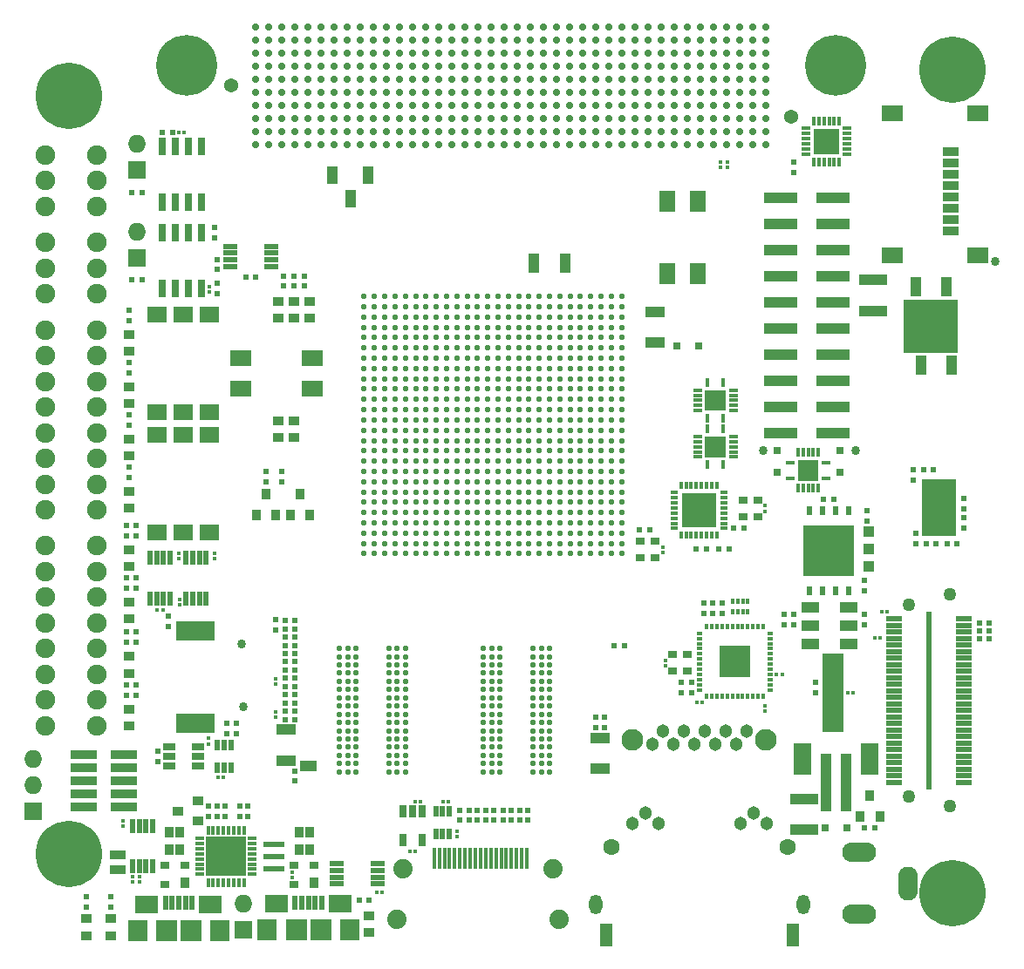
<source format=gbr>
G04 #@! TF.FileFunction,Soldermask,Top*
%FSLAX46Y46*%
G04 Gerber Fmt 4.6, Leading zero omitted, Abs format (unit mm)*
G04 Created by KiCad (PCBNEW (2016-08-02 BZR 7002)-product) date Tue Oct 11 11:13:20 2016*
%MOMM*%
%LPD*%
G01*
G04 APERTURE LIST*
%ADD10C,0.101600*%
%ADD11C,0.551600*%
%ADD12R,0.351600X0.801600*%
%ADD13R,0.801600X0.351600*%
%ADD14R,1.701600X1.701600*%
%ADD15C,1.301600*%
%ADD16C,2.101600*%
%ADD17O,1.301600X1.901600*%
%ADD18R,1.181600X2.161600*%
%ADD19C,1.601600*%
%ADD20R,1.901600X1.101600*%
%ADD21R,0.401600X0.381600*%
%ADD22R,0.601600X0.601600*%
%ADD23R,1.101600X1.901600*%
%ADD24R,0.381600X0.401600*%
%ADD25R,0.685800X0.787400*%
%ADD26R,0.787400X0.685800*%
%ADD27R,1.101600X0.901600*%
%ADD28C,6.451600*%
%ADD29O,3.301600X1.901600*%
%ADD30O,1.901600X3.301600*%
%ADD31R,1.498600X0.508000*%
%ADD32R,0.609600X17.373600*%
%ADD33C,1.270000*%
%ADD34R,0.401600X2.001600*%
%ADD35C,1.879600*%
%ADD36R,0.501600X1.451600*%
%ADD37R,2.201600X1.701600*%
%ADD38R,1.901600X2.001600*%
%ADD39R,2.001600X2.001600*%
%ADD40R,1.101600X5.601600*%
%ADD41R,1.701600X3.101600*%
%ADD42R,1.752600X1.752600*%
%ADD43O,1.752600X1.752600*%
%ADD44R,2.101600X1.551600*%
%ADD45R,1.601600X0.901600*%
%ADD46R,1.102360X1.000760*%
%ADD47R,3.701600X1.901600*%
%ADD48R,0.901600X1.101600*%
%ADD49R,0.351600X0.601600*%
%ADD50R,2.101600X1.501600*%
%ADD51R,1.501600X2.101600*%
%ADD52R,2.701600X1.101600*%
%ADD53C,0.863600*%
%ADD54R,0.889000X0.990600*%
%ADD55R,0.851600X1.001600*%
%ADD56R,1.181600X0.881600*%
%ADD57R,1.201600X0.701600*%
%ADD58R,1.389100X1.389100*%
%ADD59R,0.551600X1.051600*%
%ADD60R,1.101600X1.351600*%
%ADD61R,0.551600X1.451600*%
%ADD62R,0.701600X1.201600*%
%ADD63R,0.951600X0.371600*%
%ADD64R,0.371600X0.951600*%
%ADD65R,1.351600X1.351600*%
%ADD66R,1.451600X0.551600*%
%ADD67R,0.851600X1.061600*%
%ADD68R,0.851600X0.641600*%
%ADD69R,0.951600X0.381600*%
%ADD70R,0.381600X0.951600*%
%ADD71R,1.101600X1.101600*%
%ADD72R,1.881600X1.621600*%
%ADD73R,0.951600X0.751600*%
%ADD74R,0.701600X1.651600*%
%ADD75R,0.601600X0.901600*%
%ADD76R,1.701600X1.101600*%
%ADD77R,0.601600X0.351600*%
%ADD78R,1.601600X1.601600*%
%ADD79R,0.901600X0.901600*%
%ADD80R,2.101600X0.501600*%
%ADD81R,1.501600X0.851600*%
%ADD82C,0.736600*%
%ADD83C,1.371600*%
%ADD84C,5.901600*%
%ADD85C,1.901600*%
%ADD86R,1.101600X1.701600*%
%ADD87R,2.501600X0.851600*%
%ADD88R,2.501600X0.841600*%
%ADD89R,3.251600X1.101600*%
G04 APERTURE END LIST*
D10*
D11*
X88700000Y-57100000D03*
X88700000Y-58100000D03*
X88700000Y-59100000D03*
X88700000Y-60100000D03*
X88700000Y-61100000D03*
X88700000Y-62100000D03*
X88700000Y-63100000D03*
X88700000Y-64100000D03*
X88700000Y-65100000D03*
X88700000Y-66100000D03*
X88700000Y-67100000D03*
X88700000Y-68100000D03*
X88700000Y-69100000D03*
X88700000Y-70100000D03*
X88700000Y-71100000D03*
X88700000Y-72100000D03*
X88700000Y-73100000D03*
X88700000Y-74100000D03*
X88700000Y-75100000D03*
X88700000Y-76100000D03*
X88700000Y-77100000D03*
X88700000Y-78100000D03*
X88700000Y-79100000D03*
X88700000Y-80100000D03*
X88700000Y-81100000D03*
X88700000Y-82100000D03*
X87700000Y-57100000D03*
X87700000Y-58100000D03*
X87700000Y-59100000D03*
X87700000Y-60100000D03*
X87700000Y-61100000D03*
X87700000Y-62100000D03*
X87700000Y-63100000D03*
X87700000Y-64100000D03*
X87700000Y-65100000D03*
X87700000Y-66100000D03*
X87700000Y-67100000D03*
X87700000Y-68100000D03*
X87700000Y-69100000D03*
X87700000Y-70100000D03*
X87700000Y-71100000D03*
X87700000Y-72100000D03*
X87700000Y-73100000D03*
X87700000Y-74100000D03*
X87700000Y-75100000D03*
X87700000Y-76100000D03*
X87700000Y-77100000D03*
X87700000Y-78100000D03*
X87700000Y-79100000D03*
X87700000Y-80100000D03*
X87700000Y-81100000D03*
X87700000Y-82100000D03*
X86700000Y-57100000D03*
X86700000Y-58100000D03*
X86700000Y-59100000D03*
X86700000Y-60100000D03*
X86700000Y-61100000D03*
X86700000Y-62100000D03*
X86700000Y-63100000D03*
X86700000Y-64100000D03*
X86700000Y-65100000D03*
X86700000Y-66100000D03*
X86700000Y-67100000D03*
X86700000Y-68100000D03*
X86700000Y-69100000D03*
X86700000Y-70100000D03*
X86700000Y-71100000D03*
X86700000Y-72100000D03*
X86700000Y-73100000D03*
X86700000Y-74100000D03*
X86700000Y-75100000D03*
X86700000Y-76100000D03*
X86700000Y-77100000D03*
X86700000Y-78100000D03*
X86700000Y-79100000D03*
X86700000Y-80100000D03*
X86700000Y-81100000D03*
X86700000Y-82100000D03*
X85700000Y-57100000D03*
X85700000Y-58100000D03*
X85700000Y-59100000D03*
X85700000Y-60100000D03*
X85700000Y-61100000D03*
X85700000Y-62100000D03*
X85700000Y-63100000D03*
X85700000Y-64100000D03*
X85700000Y-65100000D03*
X85700000Y-66100000D03*
X85700000Y-67100000D03*
X85700000Y-68100000D03*
X85700000Y-69100000D03*
X85700000Y-70100000D03*
X85700000Y-71100000D03*
X85700000Y-72100000D03*
X85700000Y-73100000D03*
X85700000Y-74100000D03*
X85700000Y-75100000D03*
X85700000Y-76100000D03*
X85700000Y-77100000D03*
X85700000Y-78100000D03*
X85700000Y-79100000D03*
X85700000Y-80100000D03*
X85700000Y-81100000D03*
X85700000Y-82100000D03*
X84700000Y-57100000D03*
X84700000Y-58100000D03*
X84700000Y-59100000D03*
X84700000Y-60100000D03*
X84700000Y-61100000D03*
X84700000Y-62100000D03*
X84700000Y-63100000D03*
X84700000Y-64100000D03*
X84700000Y-65100000D03*
X84700000Y-66100000D03*
X84700000Y-67100000D03*
X84700000Y-68100000D03*
X84700000Y-69100000D03*
X84700000Y-70100000D03*
X84700000Y-71100000D03*
X84700000Y-72100000D03*
X84700000Y-73100000D03*
X84700000Y-74100000D03*
X84700000Y-75100000D03*
X84700000Y-76100000D03*
X84700000Y-77100000D03*
X84700000Y-78100000D03*
X84700000Y-79100000D03*
X84700000Y-80100000D03*
X84700000Y-81100000D03*
X84700000Y-82100000D03*
X83700000Y-57100000D03*
X83700000Y-58100000D03*
X83700000Y-59100000D03*
X83700000Y-60100000D03*
X83700000Y-61100000D03*
X83700000Y-62100000D03*
X83700000Y-63100000D03*
X83700000Y-64100000D03*
X83700000Y-65100000D03*
X83700000Y-66100000D03*
X83700000Y-67100000D03*
X83700000Y-68100000D03*
X83700000Y-69100000D03*
X83700000Y-70100000D03*
X83700000Y-71100000D03*
X83700000Y-72100000D03*
X83700000Y-73100000D03*
X83700000Y-74100000D03*
X83700000Y-75100000D03*
X83700000Y-76100000D03*
X83700000Y-77100000D03*
X83700000Y-78100000D03*
X83700000Y-79100000D03*
X83700000Y-80100000D03*
X83700000Y-81100000D03*
X83700000Y-82100000D03*
X82700000Y-57100000D03*
X82700000Y-58100000D03*
X82700000Y-59100000D03*
X82700000Y-60100000D03*
X82700000Y-61100000D03*
X82700000Y-62100000D03*
X82700000Y-63100000D03*
X82700000Y-64100000D03*
X82700000Y-65100000D03*
X82700000Y-66100000D03*
X82700000Y-67100000D03*
X82700000Y-68100000D03*
X82700000Y-69100000D03*
X82700000Y-70100000D03*
X82700000Y-71100000D03*
X82700000Y-72100000D03*
X82700000Y-73100000D03*
X82700000Y-74100000D03*
X82700000Y-75100000D03*
X82700000Y-76100000D03*
X82700000Y-77100000D03*
X82700000Y-78100000D03*
X82700000Y-79100000D03*
X82700000Y-80100000D03*
X82700000Y-81100000D03*
X82700000Y-82100000D03*
X81700000Y-57100000D03*
X81700000Y-58100000D03*
X81700000Y-59100000D03*
X81700000Y-60100000D03*
X81700000Y-61100000D03*
X81700000Y-62100000D03*
X81700000Y-63100000D03*
X81700000Y-64100000D03*
X81700000Y-65100000D03*
X81700000Y-66100000D03*
X81700000Y-67100000D03*
X81700000Y-68100000D03*
X81700000Y-69100000D03*
X81700000Y-70100000D03*
X81700000Y-71100000D03*
X81700000Y-72100000D03*
X81700000Y-73100000D03*
X81700000Y-74100000D03*
X81700000Y-75100000D03*
X81700000Y-76100000D03*
X81700000Y-77100000D03*
X81700000Y-78100000D03*
X81700000Y-79100000D03*
X81700000Y-80100000D03*
X81700000Y-81100000D03*
X81700000Y-82100000D03*
X80700000Y-57100000D03*
X80700000Y-58100000D03*
X80700000Y-59100000D03*
X80700000Y-60100000D03*
X80700000Y-61100000D03*
X80700000Y-62100000D03*
X80700000Y-63100000D03*
X80700000Y-64100000D03*
X80700000Y-65100000D03*
X80700000Y-66100000D03*
X80700000Y-67100000D03*
X80700000Y-68100000D03*
X80700000Y-69100000D03*
X80700000Y-70100000D03*
X80700000Y-71100000D03*
X80700000Y-72100000D03*
X80700000Y-73100000D03*
X80700000Y-74100000D03*
X80700000Y-75100000D03*
X80700000Y-76100000D03*
X80700000Y-77100000D03*
X80700000Y-78100000D03*
X80700000Y-79100000D03*
X80700000Y-80100000D03*
X80700000Y-81100000D03*
X80700000Y-82100000D03*
X79700000Y-57100000D03*
X79700000Y-58100000D03*
X79700000Y-59100000D03*
X79700000Y-60100000D03*
X79700000Y-61100000D03*
X79700000Y-62100000D03*
X79700000Y-63100000D03*
X79700000Y-64100000D03*
X79700000Y-65100000D03*
X79700000Y-66100000D03*
X79700000Y-67100000D03*
X79700000Y-68100000D03*
X79700000Y-69100000D03*
X79700000Y-70100000D03*
X79700000Y-71100000D03*
X79700000Y-72100000D03*
X79700000Y-73100000D03*
X79700000Y-74100000D03*
X79700000Y-75100000D03*
X79700000Y-76100000D03*
X79700000Y-77100000D03*
X79700000Y-78100000D03*
X79700000Y-79100000D03*
X79700000Y-80100000D03*
X79700000Y-81100000D03*
X79700000Y-82100000D03*
X78700000Y-57100000D03*
X78700000Y-58100000D03*
X78700000Y-59100000D03*
X78700000Y-60100000D03*
X78700000Y-61100000D03*
X78700000Y-62100000D03*
X78700000Y-63100000D03*
X78700000Y-64100000D03*
X78700000Y-65100000D03*
X78700000Y-66100000D03*
X78700000Y-67100000D03*
X78700000Y-68100000D03*
X78700000Y-69100000D03*
X78700000Y-70100000D03*
X78700000Y-71100000D03*
X78700000Y-72100000D03*
X78700000Y-73100000D03*
X78700000Y-74100000D03*
X78700000Y-75100000D03*
X78700000Y-76100000D03*
X78700000Y-77100000D03*
X78700000Y-78100000D03*
X78700000Y-79100000D03*
X78700000Y-80100000D03*
X78700000Y-81100000D03*
X78700000Y-82100000D03*
X77700000Y-57100000D03*
X77700000Y-58100000D03*
X77700000Y-59100000D03*
X77700000Y-60100000D03*
X77700000Y-61100000D03*
X77700000Y-62100000D03*
X77700000Y-63100000D03*
X77700000Y-64100000D03*
X77700000Y-65100000D03*
X77700000Y-66100000D03*
X77700000Y-67100000D03*
X77700000Y-68100000D03*
X77700000Y-69100000D03*
X77700000Y-70100000D03*
X77700000Y-71100000D03*
X77700000Y-72100000D03*
X77700000Y-73100000D03*
X77700000Y-74100000D03*
X77700000Y-75100000D03*
X77700000Y-76100000D03*
X77700000Y-77100000D03*
X77700000Y-78100000D03*
X77700000Y-79100000D03*
X77700000Y-80100000D03*
X77700000Y-81100000D03*
X77700000Y-82100000D03*
X76700000Y-57100000D03*
X76700000Y-58100000D03*
X76700000Y-59100000D03*
X76700000Y-60100000D03*
X76700000Y-61100000D03*
X76700000Y-62100000D03*
X76700000Y-63100000D03*
X76700000Y-64100000D03*
X76700000Y-65100000D03*
X76700000Y-66100000D03*
X76700000Y-67100000D03*
X76700000Y-68100000D03*
X76700000Y-69100000D03*
X76700000Y-70100000D03*
X76700000Y-71100000D03*
X76700000Y-72100000D03*
X76700000Y-73100000D03*
X76700000Y-74100000D03*
X76700000Y-75100000D03*
X76700000Y-76100000D03*
X76700000Y-77100000D03*
X76700000Y-78100000D03*
X76700000Y-79100000D03*
X76700000Y-80100000D03*
X76700000Y-81100000D03*
X76700000Y-82100000D03*
X75700000Y-57100000D03*
X75700000Y-58100000D03*
X75700000Y-59100000D03*
X75700000Y-60100000D03*
X75700000Y-61100000D03*
X75700000Y-62100000D03*
X75700000Y-63100000D03*
X75700000Y-64100000D03*
X75700000Y-65100000D03*
X75700000Y-66100000D03*
X75700000Y-67100000D03*
X75700000Y-68100000D03*
X75700000Y-69100000D03*
X75700000Y-70100000D03*
X75700000Y-71100000D03*
X75700000Y-72100000D03*
X75700000Y-73100000D03*
X75700000Y-74100000D03*
X75700000Y-75100000D03*
X75700000Y-76100000D03*
X75700000Y-77100000D03*
X75700000Y-78100000D03*
X75700000Y-79100000D03*
X75700000Y-80100000D03*
X75700000Y-81100000D03*
X75700000Y-82100000D03*
X74700000Y-57100000D03*
X74700000Y-58100000D03*
X74700000Y-59100000D03*
X74700000Y-60100000D03*
X74700000Y-61100000D03*
X74700000Y-62100000D03*
X74700000Y-63100000D03*
X74700000Y-64100000D03*
X74700000Y-65100000D03*
X74700000Y-66100000D03*
X74700000Y-67100000D03*
X74700000Y-68100000D03*
X74700000Y-69100000D03*
X74700000Y-70100000D03*
X74700000Y-71100000D03*
X74700000Y-72100000D03*
X74700000Y-73100000D03*
X74700000Y-74100000D03*
X74700000Y-75100000D03*
X74700000Y-76100000D03*
X74700000Y-77100000D03*
X74700000Y-78100000D03*
X74700000Y-79100000D03*
X74700000Y-80100000D03*
X74700000Y-81100000D03*
X74700000Y-82100000D03*
X73700000Y-57100000D03*
X73700000Y-58100000D03*
X73700000Y-59100000D03*
X73700000Y-60100000D03*
X73700000Y-61100000D03*
X73700000Y-62100000D03*
X73700000Y-63100000D03*
X73700000Y-64100000D03*
X73700000Y-65100000D03*
X73700000Y-66100000D03*
X73700000Y-67100000D03*
X73700000Y-68100000D03*
X73700000Y-69100000D03*
X73700000Y-70100000D03*
X73700000Y-71100000D03*
X73700000Y-72100000D03*
X73700000Y-73100000D03*
X73700000Y-74100000D03*
X73700000Y-75100000D03*
X73700000Y-76100000D03*
X73700000Y-77100000D03*
X73700000Y-78100000D03*
X73700000Y-79100000D03*
X73700000Y-80100000D03*
X73700000Y-81100000D03*
X73700000Y-82100000D03*
X72700000Y-57100000D03*
X72700000Y-58100000D03*
X72700000Y-59100000D03*
X72700000Y-60100000D03*
X72700000Y-61100000D03*
X72700000Y-62100000D03*
X72700000Y-63100000D03*
X72700000Y-64100000D03*
X72700000Y-65100000D03*
X72700000Y-66100000D03*
X72700000Y-67100000D03*
X72700000Y-68100000D03*
X72700000Y-69100000D03*
X72700000Y-70100000D03*
X72700000Y-71100000D03*
X72700000Y-72100000D03*
X72700000Y-73100000D03*
X72700000Y-74100000D03*
X72700000Y-75100000D03*
X72700000Y-76100000D03*
X72700000Y-77100000D03*
X72700000Y-78100000D03*
X72700000Y-79100000D03*
X72700000Y-80100000D03*
X72700000Y-81100000D03*
X72700000Y-82100000D03*
X71700000Y-57100000D03*
X71700000Y-58100000D03*
X71700000Y-59100000D03*
X71700000Y-60100000D03*
X71700000Y-61100000D03*
X71700000Y-62100000D03*
X71700000Y-63100000D03*
X71700000Y-64100000D03*
X71700000Y-65100000D03*
X71700000Y-66100000D03*
X71700000Y-67100000D03*
X71700000Y-68100000D03*
X71700000Y-69100000D03*
X71700000Y-70100000D03*
X71700000Y-71100000D03*
X71700000Y-72100000D03*
X71700000Y-73100000D03*
X71700000Y-74100000D03*
X71700000Y-75100000D03*
X71700000Y-76100000D03*
X71700000Y-77100000D03*
X71700000Y-78100000D03*
X71700000Y-79100000D03*
X71700000Y-80100000D03*
X71700000Y-81100000D03*
X71700000Y-82100000D03*
X70700000Y-57100000D03*
X70700000Y-58100000D03*
X70700000Y-59100000D03*
X70700000Y-60100000D03*
X70700000Y-61100000D03*
X70700000Y-62100000D03*
X70700000Y-63100000D03*
X70700000Y-64100000D03*
X70700000Y-65100000D03*
X70700000Y-66100000D03*
X70700000Y-67100000D03*
X70700000Y-68100000D03*
X70700000Y-69100000D03*
X70700000Y-70100000D03*
X70700000Y-71100000D03*
X70700000Y-72100000D03*
X70700000Y-73100000D03*
X70700000Y-74100000D03*
X70700000Y-75100000D03*
X70700000Y-76100000D03*
X70700000Y-77100000D03*
X70700000Y-78100000D03*
X70700000Y-79100000D03*
X70700000Y-80100000D03*
X70700000Y-81100000D03*
X70700000Y-82100000D03*
X69700000Y-57100000D03*
X69700000Y-58100000D03*
X69700000Y-59100000D03*
X69700000Y-60100000D03*
X69700000Y-61100000D03*
X69700000Y-62100000D03*
X69700000Y-63100000D03*
X69700000Y-64100000D03*
X69700000Y-65100000D03*
X69700000Y-66100000D03*
X69700000Y-67100000D03*
X69700000Y-68100000D03*
X69700000Y-69100000D03*
X69700000Y-70100000D03*
X69700000Y-71100000D03*
X69700000Y-72100000D03*
X69700000Y-73100000D03*
X69700000Y-74100000D03*
X69700000Y-75100000D03*
X69700000Y-76100000D03*
X69700000Y-77100000D03*
X69700000Y-78100000D03*
X69700000Y-79100000D03*
X69700000Y-80100000D03*
X69700000Y-81100000D03*
X69700000Y-82100000D03*
X68700000Y-57100000D03*
X68700000Y-58100000D03*
X68700000Y-59100000D03*
X68700000Y-60100000D03*
X68700000Y-61100000D03*
X68700000Y-62100000D03*
X68700000Y-63100000D03*
X68700000Y-64100000D03*
X68700000Y-65100000D03*
X68700000Y-66100000D03*
X68700000Y-67100000D03*
X68700000Y-68100000D03*
X68700000Y-69100000D03*
X68700000Y-70100000D03*
X68700000Y-71100000D03*
X68700000Y-72100000D03*
X68700000Y-73100000D03*
X68700000Y-74100000D03*
X68700000Y-75100000D03*
X68700000Y-76100000D03*
X68700000Y-77100000D03*
X68700000Y-78100000D03*
X68700000Y-79100000D03*
X68700000Y-80100000D03*
X68700000Y-81100000D03*
X68700000Y-82100000D03*
X67700000Y-57100000D03*
X67700000Y-58100000D03*
X67700000Y-59100000D03*
X67700000Y-60100000D03*
X67700000Y-61100000D03*
X67700000Y-62100000D03*
X67700000Y-63100000D03*
X67700000Y-64100000D03*
X67700000Y-65100000D03*
X67700000Y-66100000D03*
X67700000Y-67100000D03*
X67700000Y-68100000D03*
X67700000Y-69100000D03*
X67700000Y-70100000D03*
X67700000Y-71100000D03*
X67700000Y-72100000D03*
X67700000Y-73100000D03*
X67700000Y-74100000D03*
X67700000Y-75100000D03*
X67700000Y-76100000D03*
X67700000Y-77100000D03*
X67700000Y-78100000D03*
X67700000Y-79100000D03*
X67700000Y-80100000D03*
X67700000Y-81100000D03*
X67700000Y-82100000D03*
X66700000Y-57100000D03*
X66700000Y-58100000D03*
X66700000Y-59100000D03*
X66700000Y-60100000D03*
X66700000Y-61100000D03*
X66700000Y-62100000D03*
X66700000Y-63100000D03*
X66700000Y-64100000D03*
X66700000Y-65100000D03*
X66700000Y-66100000D03*
X66700000Y-67100000D03*
X66700000Y-68100000D03*
X66700000Y-69100000D03*
X66700000Y-70100000D03*
X66700000Y-71100000D03*
X66700000Y-72100000D03*
X66700000Y-73100000D03*
X66700000Y-74100000D03*
X66700000Y-75100000D03*
X66700000Y-76100000D03*
X66700000Y-77100000D03*
X66700000Y-78100000D03*
X66700000Y-79100000D03*
X66700000Y-80100000D03*
X66700000Y-81100000D03*
X66700000Y-82100000D03*
X65700000Y-57100000D03*
X65700000Y-58100000D03*
X65700000Y-59100000D03*
X65700000Y-60100000D03*
X65700000Y-61100000D03*
X65700000Y-62100000D03*
X65700000Y-63100000D03*
X65700000Y-64100000D03*
X65700000Y-65100000D03*
X65700000Y-66100000D03*
X65700000Y-67100000D03*
X65700000Y-68100000D03*
X65700000Y-69100000D03*
X65700000Y-70100000D03*
X65700000Y-71100000D03*
X65700000Y-72100000D03*
X65700000Y-73100000D03*
X65700000Y-74100000D03*
X65700000Y-75100000D03*
X65700000Y-76100000D03*
X65700000Y-77100000D03*
X65700000Y-78100000D03*
X65700000Y-79100000D03*
X65700000Y-80100000D03*
X65700000Y-81100000D03*
X65700000Y-82100000D03*
X64700000Y-57100000D03*
X64700000Y-58100000D03*
X64700000Y-59100000D03*
X64700000Y-60100000D03*
X64700000Y-61100000D03*
X64700000Y-62100000D03*
X64700000Y-63100000D03*
X64700000Y-64100000D03*
X64700000Y-65100000D03*
X64700000Y-66100000D03*
X64700000Y-67100000D03*
X64700000Y-68100000D03*
X64700000Y-69100000D03*
X64700000Y-70100000D03*
X64700000Y-71100000D03*
X64700000Y-72100000D03*
X64700000Y-73100000D03*
X64700000Y-74100000D03*
X64700000Y-75100000D03*
X64700000Y-76100000D03*
X64700000Y-77100000D03*
X64700000Y-78100000D03*
X64700000Y-79100000D03*
X64700000Y-80100000D03*
X64700000Y-81100000D03*
X64700000Y-82100000D03*
X63700000Y-57100000D03*
X63700000Y-58100000D03*
X63700000Y-59100000D03*
X63700000Y-60100000D03*
X63700000Y-61100000D03*
X63700000Y-62100000D03*
X63700000Y-63100000D03*
X63700000Y-64100000D03*
X63700000Y-65100000D03*
X63700000Y-66100000D03*
X63700000Y-67100000D03*
X63700000Y-68100000D03*
X63700000Y-69100000D03*
X63700000Y-70100000D03*
X63700000Y-71100000D03*
X63700000Y-72100000D03*
X63700000Y-73100000D03*
X63700000Y-74100000D03*
X63700000Y-75100000D03*
X63700000Y-76100000D03*
X63700000Y-77100000D03*
X63700000Y-78100000D03*
X63700000Y-79100000D03*
X63700000Y-80100000D03*
X63700000Y-81100000D03*
X63700000Y-82100000D03*
D12*
X97950000Y-75500000D03*
X97450000Y-75500000D03*
X96950000Y-75500000D03*
X96450000Y-75500000D03*
X95950000Y-75500000D03*
X95450000Y-75500000D03*
X94950000Y-75500000D03*
X94450000Y-75500000D03*
D13*
X93800000Y-76150000D03*
X93800000Y-76650000D03*
X93800000Y-77150000D03*
X93800000Y-77650000D03*
X93800000Y-78150000D03*
X93800000Y-78650000D03*
X93800000Y-79150000D03*
X93800000Y-79650000D03*
D12*
X94450000Y-80300000D03*
X94950000Y-80300000D03*
X95450000Y-80300000D03*
X95950000Y-80300000D03*
X96450000Y-80300000D03*
X96950000Y-80300000D03*
X97450000Y-80300000D03*
X97950000Y-80300000D03*
D13*
X98600000Y-79650000D03*
X98600000Y-79150000D03*
X98600000Y-78650000D03*
X98600000Y-78150000D03*
X98600000Y-77650000D03*
X98600000Y-77150000D03*
X98600000Y-76650000D03*
X98600000Y-76150000D03*
D14*
X95400000Y-78700000D03*
X97000000Y-78700000D03*
X95400000Y-77100000D03*
X97000000Y-77100000D03*
D11*
X81700000Y-103300000D03*
X80900000Y-103300000D03*
X80100000Y-103300000D03*
X76900000Y-103300000D03*
X76100000Y-103300000D03*
X75300000Y-103300000D03*
X81700000Y-102500000D03*
X80900000Y-102500000D03*
X80100000Y-102500000D03*
X76900000Y-102500000D03*
X76100000Y-102500000D03*
X75300000Y-102500000D03*
X81700000Y-101700000D03*
X80900000Y-101700000D03*
X80100000Y-101700000D03*
X76900000Y-101700000D03*
X76100000Y-101700000D03*
X75300000Y-101700000D03*
X81700000Y-100900000D03*
X80900000Y-100900000D03*
X80100000Y-100900000D03*
X76900000Y-100900000D03*
X76100000Y-100900000D03*
X75300000Y-100900000D03*
X81700000Y-100100000D03*
X80900000Y-100100000D03*
X80100000Y-100100000D03*
X76900000Y-100100000D03*
X76100000Y-100100000D03*
X75300000Y-100100000D03*
X81700000Y-99300000D03*
X80900000Y-99300000D03*
X80100000Y-99300000D03*
X76900000Y-99300000D03*
X76100000Y-99300000D03*
X75300000Y-99300000D03*
X81700000Y-98500000D03*
X80900000Y-98500000D03*
X80100000Y-98500000D03*
X76900000Y-98500000D03*
X76100000Y-98500000D03*
X75300000Y-98500000D03*
X81700000Y-97700000D03*
X80900000Y-97700000D03*
X80100000Y-97700000D03*
X76900000Y-97700000D03*
X76100000Y-97700000D03*
X75300000Y-97700000D03*
X81700000Y-96900000D03*
X80900000Y-96900000D03*
X80100000Y-96900000D03*
X76900000Y-96900000D03*
X76100000Y-96900000D03*
X75300000Y-96900000D03*
X81700000Y-96100000D03*
X80900000Y-96100000D03*
X80100000Y-96100000D03*
X76900000Y-96100000D03*
X76100000Y-96100000D03*
X75300000Y-96100000D03*
X81700000Y-95300000D03*
X80900000Y-95300000D03*
X80100000Y-95300000D03*
X76900000Y-95300000D03*
X76100000Y-95300000D03*
X75300000Y-95300000D03*
X81700000Y-94500000D03*
X80900000Y-94500000D03*
X80100000Y-94500000D03*
X76900000Y-94500000D03*
X76100000Y-94500000D03*
X75300000Y-94500000D03*
X81700000Y-93700000D03*
X80900000Y-93700000D03*
X80100000Y-93700000D03*
X76900000Y-93700000D03*
X76100000Y-93700000D03*
X75300000Y-93700000D03*
X81700000Y-92900000D03*
X80900000Y-92900000D03*
X80100000Y-92900000D03*
X76900000Y-92900000D03*
X76100000Y-92900000D03*
X75300000Y-92900000D03*
X81700000Y-92100000D03*
X80900000Y-92100000D03*
X80100000Y-92100000D03*
X76900000Y-92100000D03*
X76100000Y-92100000D03*
X75300000Y-92100000D03*
X81700000Y-91300000D03*
X80900000Y-91300000D03*
X80100000Y-91300000D03*
X76900000Y-91300000D03*
X76100000Y-91300000D03*
X75300000Y-91300000D03*
D15*
X91661000Y-100596000D03*
X93693000Y-100596000D03*
X95725000Y-100596000D03*
X97757000Y-100596000D03*
X99789000Y-100596000D03*
X92677000Y-99326000D03*
X94709000Y-99326000D03*
X96741000Y-99326000D03*
X98773000Y-99326000D03*
X100805000Y-99326000D03*
D16*
X89733000Y-100206000D03*
X102733000Y-100206000D03*
D15*
X89723000Y-108346000D03*
X90993000Y-107326000D03*
X92263000Y-108346000D03*
X100203000Y-108346000D03*
X101473000Y-107326000D03*
X102743000Y-108346000D03*
D17*
X86148000Y-116156000D03*
X106318000Y-116156000D03*
D18*
X87158000Y-119126000D03*
X105308000Y-119126000D03*
D19*
X104768000Y-110556000D03*
X87698000Y-110556000D03*
D20*
X86600000Y-103000000D03*
X86600000Y-100000000D03*
X56100000Y-102200000D03*
X56100000Y-99200000D03*
D21*
X55100000Y-94765000D03*
X55100000Y-94235000D03*
X55100000Y-97435000D03*
X55100000Y-97965000D03*
D22*
X121920000Y-76716000D03*
X121920000Y-77716000D03*
X116967000Y-74922000D03*
X116967000Y-73922000D03*
D23*
X117753000Y-63754000D03*
X120753000Y-63754000D03*
D21*
X48600000Y-100565000D03*
X48600000Y-100035000D03*
D24*
X49535000Y-103800000D03*
X50065000Y-103800000D03*
X110635000Y-95631000D03*
X111165000Y-95631000D03*
D21*
X41200000Y-113965000D03*
X41200000Y-113435000D03*
X41900000Y-113965000D03*
X41900000Y-113435000D03*
D24*
X71865000Y-106200000D03*
X71335000Y-106200000D03*
D21*
X72700000Y-109035000D03*
X72700000Y-109565000D03*
D22*
X49400000Y-55800000D03*
X49400000Y-56800000D03*
X44100000Y-41200000D03*
X45100000Y-41200000D03*
X53200000Y-55200000D03*
X52200000Y-55200000D03*
D21*
X45800000Y-87065000D03*
X45800000Y-86535000D03*
X49200000Y-82565000D03*
X49200000Y-82035000D03*
D24*
X44165000Y-87600000D03*
X43635000Y-87600000D03*
D21*
X45700000Y-82565000D03*
X45700000Y-82035000D03*
X92700000Y-81435000D03*
X92700000Y-81965000D03*
D22*
X112300000Y-84700000D03*
X112300000Y-85700000D03*
D23*
X80200000Y-53900000D03*
X83200000Y-53900000D03*
D20*
X91900000Y-58600000D03*
X91900000Y-61600000D03*
D21*
X102600000Y-77965000D03*
X102600000Y-77435000D03*
D24*
X103748000Y-93853000D03*
X104278000Y-93853000D03*
X96531000Y-96520000D03*
X96001000Y-96520000D03*
D21*
X102616000Y-96890000D03*
X102616000Y-97420000D03*
X92964000Y-92445000D03*
X92964000Y-92975000D03*
X98298000Y-44058000D03*
X98298000Y-44588000D03*
X98933000Y-44058000D03*
X98933000Y-44588000D03*
D25*
X110555000Y-108700000D03*
X108445000Y-108700000D03*
D26*
X103800000Y-74155000D03*
X103800000Y-72045000D03*
X109900000Y-74155000D03*
X109900000Y-72045000D03*
D25*
X94045000Y-61900000D03*
X96155000Y-61900000D03*
D27*
X56900000Y-59225000D03*
X56900000Y-57575000D03*
X55400000Y-57575000D03*
X55400000Y-59225000D03*
X58400000Y-59225000D03*
X58400000Y-57575000D03*
X36700000Y-117575000D03*
X36700000Y-119225000D03*
X39100000Y-117575000D03*
X39100000Y-119225000D03*
X40894000Y-83375000D03*
X40894000Y-81725000D03*
X40894000Y-88455000D03*
X40894000Y-86805000D03*
X40894000Y-93726000D03*
X40894000Y-92076000D03*
X40894000Y-98869000D03*
X40894000Y-97219000D03*
X64200000Y-118925000D03*
X64200000Y-117275000D03*
X55400000Y-69175000D03*
X55400000Y-70825000D03*
X56900000Y-69175000D03*
X56900000Y-70825000D03*
D28*
X35080000Y-37620000D03*
X120810000Y-35080000D03*
X35080000Y-111280000D03*
X120810000Y-115090000D03*
D29*
X111759000Y-117073000D03*
X111759000Y-111073000D03*
D30*
X116459000Y-114173000D03*
D31*
X115154500Y-104293000D03*
X115154500Y-103658000D03*
X115154500Y-103023000D03*
X115154500Y-102388000D03*
X115154500Y-101753000D03*
X115154500Y-101118000D03*
X115154500Y-100483000D03*
X115154500Y-99848000D03*
X115154500Y-99213000D03*
X115154500Y-98578000D03*
X115154500Y-97943000D03*
X115154500Y-97308000D03*
X115154500Y-96673000D03*
X115154500Y-96038000D03*
X115154500Y-95403000D03*
X115154500Y-94768000D03*
X115154500Y-94133000D03*
X115154500Y-93498000D03*
X115154500Y-92863000D03*
X115154500Y-92228000D03*
X115154500Y-91593000D03*
X115154500Y-90958000D03*
X115154500Y-90323000D03*
X115154500Y-89688000D03*
X115154500Y-89053000D03*
X115154500Y-88418000D03*
X121885500Y-103658000D03*
X121885500Y-101753000D03*
X121885500Y-103023000D03*
X121885500Y-104293000D03*
X121885500Y-102388000D03*
X121885500Y-90323000D03*
X121885500Y-90958000D03*
X121885500Y-89053000D03*
X121885500Y-88418000D03*
X121885500Y-89688000D03*
X121885500Y-98578000D03*
X121885500Y-97943000D03*
X121885500Y-100483000D03*
X121885500Y-99848000D03*
X121885500Y-101118000D03*
X121885500Y-99213000D03*
X121885500Y-96038000D03*
X121885500Y-97308000D03*
X121885500Y-94768000D03*
X121885500Y-95403000D03*
X121885500Y-96673000D03*
X121885500Y-94133000D03*
X121885500Y-92228000D03*
X121885500Y-93498000D03*
X121885500Y-92863000D03*
X121885500Y-91593000D03*
D32*
X118520000Y-96355500D03*
D33*
X116615000Y-105690000D03*
X116615000Y-87021000D03*
X120552000Y-106642500D03*
X120552000Y-86068500D03*
D34*
X70500000Y-111700000D03*
X79500000Y-111700000D03*
X71000000Y-111700000D03*
X71500000Y-111700000D03*
X72000000Y-111700000D03*
X72500000Y-111700000D03*
X73000000Y-111700000D03*
X73500000Y-111700000D03*
X74000000Y-111700000D03*
X74500000Y-111700000D03*
X75000000Y-111700000D03*
X75500000Y-111700000D03*
X76000000Y-111700000D03*
X76500000Y-111700000D03*
X77000000Y-111700000D03*
X77500000Y-111700000D03*
X78000000Y-111700000D03*
X78500000Y-111700000D03*
X79000000Y-111700000D03*
D35*
X67500000Y-112700000D03*
X82000000Y-112700000D03*
X82600000Y-117650000D03*
X66900000Y-117650000D03*
D36*
X45700000Y-116025000D03*
X45050000Y-116025000D03*
X46350000Y-116025000D03*
X44400000Y-116025000D03*
X47000000Y-116025000D03*
D37*
X42600000Y-116150000D03*
X48800000Y-116150000D03*
D38*
X41700000Y-118700000D03*
X49700000Y-118700000D03*
D39*
X44500000Y-118700000D03*
X46900000Y-118700000D03*
D40*
X110500000Y-104300000D03*
X108500000Y-104300000D03*
D41*
X106250000Y-102050000D03*
X112750000Y-102050000D03*
D42*
X31600000Y-107140000D03*
D43*
X31600000Y-104600000D03*
X31600000Y-102060000D03*
D36*
X58300000Y-116000000D03*
X57650000Y-116000000D03*
X58950000Y-116000000D03*
X57000000Y-116000000D03*
X59600000Y-116000000D03*
D37*
X55200000Y-116125000D03*
X61400000Y-116125000D03*
D38*
X54300000Y-118675000D03*
X62300000Y-118675000D03*
D39*
X57100000Y-118675000D03*
X59500000Y-118675000D03*
D44*
X123276000Y-53128000D03*
X123276000Y-39328000D03*
X114976000Y-53128000D03*
X114976000Y-39328000D03*
D45*
X120676000Y-50728000D03*
X120676000Y-49628000D03*
X120676000Y-48528000D03*
X120676000Y-47428000D03*
X120676000Y-46328000D03*
X120676000Y-45228000D03*
X120676000Y-44128000D03*
X120676000Y-43028000D03*
D42*
X52000000Y-118640000D03*
D43*
X52000000Y-116100000D03*
D46*
X112649000Y-81661000D03*
X112649000Y-79961000D03*
X112649000Y-83361000D03*
D42*
X41656000Y-44831000D03*
D43*
X41656000Y-42291000D03*
D42*
X41656000Y-53340000D03*
D43*
X41656000Y-50800000D03*
D47*
X47300000Y-98600000D03*
X47300000Y-89600000D03*
D27*
X47600000Y-108050000D03*
X45600000Y-107100000D03*
X47600000Y-106150000D03*
D48*
X111850000Y-107600000D03*
X112800000Y-105600000D03*
X113750000Y-107600000D03*
X53250000Y-78300000D03*
X54200000Y-76300000D03*
X55150000Y-78300000D03*
X56550000Y-78300000D03*
X57500000Y-76300000D03*
X58450000Y-78300000D03*
D22*
X56000000Y-94200000D03*
X57000000Y-94200000D03*
X56000000Y-91800000D03*
X57000000Y-91800000D03*
X56000000Y-92600000D03*
X57000000Y-92600000D03*
X56000000Y-90200000D03*
X57000000Y-90200000D03*
X56000000Y-88600000D03*
X57000000Y-88600000D03*
X56000000Y-91000000D03*
X57000000Y-91000000D03*
X56000000Y-95000000D03*
X57000000Y-95000000D03*
X56000000Y-89400000D03*
X57000000Y-89400000D03*
X56000000Y-95800000D03*
X57000000Y-95800000D03*
X56000000Y-93400000D03*
X57000000Y-93400000D03*
X56000000Y-96600000D03*
X57000000Y-96600000D03*
X56000000Y-97400000D03*
X57000000Y-97400000D03*
X56000000Y-98200000D03*
X57000000Y-98200000D03*
X89000000Y-91000000D03*
X88000000Y-91000000D03*
X117221000Y-80145000D03*
X117221000Y-81145000D03*
X121277000Y-81153000D03*
X120277000Y-81153000D03*
X121920000Y-79621000D03*
X121920000Y-78621000D03*
X118245000Y-81153000D03*
X119245000Y-81153000D03*
X117991000Y-73914000D03*
X118991000Y-73914000D03*
X50400000Y-98600000D03*
X50400000Y-99600000D03*
X51300000Y-98600000D03*
X51300000Y-99600000D03*
X124400000Y-90400000D03*
X123400000Y-90400000D03*
X107495000Y-95631000D03*
X107495000Y-94631000D03*
X79600000Y-107000000D03*
X79600000Y-108000000D03*
X78800000Y-107000000D03*
X78800000Y-108000000D03*
X78000000Y-107000000D03*
X78000000Y-108000000D03*
X77200000Y-107000000D03*
X77200000Y-108000000D03*
X76300000Y-107000000D03*
X76300000Y-108000000D03*
X75500000Y-107000000D03*
X75500000Y-108000000D03*
X74700000Y-107000000D03*
X74700000Y-108000000D03*
X73900000Y-107000000D03*
X73900000Y-108000000D03*
X73000000Y-108000000D03*
X73000000Y-107000000D03*
X48600000Y-107600000D03*
X48600000Y-106600000D03*
X50200000Y-106600000D03*
X50200000Y-107600000D03*
X49400000Y-106600000D03*
X49400000Y-107600000D03*
X49400000Y-53500000D03*
X49400000Y-54500000D03*
X56900000Y-56100000D03*
X56900000Y-55100000D03*
X55900000Y-56100000D03*
X55900000Y-55100000D03*
X57900000Y-56100000D03*
X57900000Y-55100000D03*
X36700000Y-116400000D03*
X36700000Y-115400000D03*
X39100000Y-116400000D03*
X39100000Y-115400000D03*
X112300000Y-108700000D03*
X113300000Y-108700000D03*
X40640000Y-80383000D03*
X40640000Y-79383000D03*
X40640000Y-85463000D03*
X40640000Y-84463000D03*
X40640000Y-90670000D03*
X40640000Y-89670000D03*
X40640000Y-95877000D03*
X40640000Y-94877000D03*
X41529000Y-79375000D03*
X41529000Y-80375000D03*
X41529000Y-84463000D03*
X41529000Y-85463000D03*
X41529000Y-89670000D03*
X41529000Y-90670000D03*
X41529000Y-94877000D03*
X41529000Y-95877000D03*
X40894000Y-59436000D03*
X40894000Y-58436000D03*
X40894000Y-64508000D03*
X40894000Y-63508000D03*
X40894000Y-69588000D03*
X40894000Y-68588000D03*
X40894000Y-74668000D03*
X40894000Y-73668000D03*
X91400000Y-79800000D03*
X90400000Y-79800000D03*
X52400000Y-107600000D03*
X52400000Y-106600000D03*
X51600000Y-107600000D03*
X51600000Y-106600000D03*
X124400000Y-88800000D03*
X123400000Y-88800000D03*
X124400000Y-89600000D03*
X123400000Y-89600000D03*
X105400000Y-88000000D03*
X105400000Y-89000000D03*
X109300000Y-76800000D03*
X108300000Y-76800000D03*
X49149000Y-50427000D03*
X49149000Y-51427000D03*
X104500000Y-89000000D03*
X104500000Y-88000000D03*
X42156000Y-46990000D03*
X41156000Y-46990000D03*
X41156000Y-55499000D03*
X42156000Y-55499000D03*
X112300000Y-88000000D03*
X112300000Y-89000000D03*
X112500000Y-78900000D03*
X112500000Y-77900000D03*
X105410000Y-44077000D03*
X105410000Y-45077000D03*
X63200000Y-115800000D03*
X64200000Y-115800000D03*
X96900000Y-81600000D03*
X95900000Y-81600000D03*
X98100000Y-81600000D03*
X99100000Y-81600000D03*
X99600000Y-79600000D03*
X100600000Y-79600000D03*
X96647000Y-86876000D03*
X96647000Y-87876000D03*
X97536000Y-86876000D03*
X97536000Y-87876000D03*
X98425000Y-86876000D03*
X98425000Y-87876000D03*
X95496000Y-94615000D03*
X94496000Y-94615000D03*
X94496000Y-95631000D03*
X95496000Y-95631000D03*
X54200000Y-75100000D03*
X54200000Y-74100000D03*
X55700000Y-74100000D03*
X55700000Y-75100000D03*
D49*
X100953000Y-87749000D03*
X100453000Y-87749000D03*
X99953000Y-87749000D03*
X99453000Y-87749000D03*
X100953000Y-86749000D03*
X100453000Y-86749000D03*
X99953000Y-86749000D03*
X99453000Y-86749000D03*
D50*
X51700000Y-63100000D03*
X51700000Y-66100000D03*
X58700000Y-63100000D03*
X58700000Y-66100000D03*
D51*
X93100000Y-54900000D03*
X96100000Y-54900000D03*
X93100000Y-47900000D03*
X96100000Y-47900000D03*
D52*
X106400000Y-105900000D03*
X106400000Y-108900000D03*
X113100000Y-58500000D03*
X113100000Y-55500000D03*
D53*
X125000000Y-53700000D03*
X111400000Y-72100000D03*
X102400000Y-72100000D03*
X51800000Y-90900000D03*
X52000000Y-97000000D03*
D54*
X45833400Y-110850900D03*
X44766600Y-110850900D03*
X45833400Y-109149100D03*
X44766600Y-109149100D03*
X58433400Y-110850900D03*
X57366600Y-110850900D03*
X58433400Y-109149100D03*
X57366600Y-109149100D03*
D55*
X57925000Y-102700000D03*
X58675000Y-102700000D03*
D56*
X120580000Y-79937000D03*
X119500000Y-79937000D03*
X118420000Y-79937000D03*
X120580000Y-79157000D03*
X120580000Y-78377000D03*
X120580000Y-77597000D03*
X120580000Y-76817000D03*
X120580000Y-76037000D03*
X120580000Y-75257000D03*
X119500000Y-75257000D03*
X119500000Y-76037000D03*
X119500000Y-76817000D03*
X119500000Y-77597000D03*
X119500000Y-78377000D03*
X119500000Y-79157000D03*
X118420000Y-79157000D03*
X118420000Y-78377000D03*
X118420000Y-77597000D03*
X118420000Y-76817000D03*
X118420000Y-76037000D03*
X118420000Y-75257000D03*
D57*
X44800000Y-100850000D03*
X44800000Y-102750000D03*
X44800000Y-101800000D03*
X47600000Y-102750000D03*
X47600000Y-100850000D03*
X47600000Y-101800000D03*
D58*
X120631250Y-61931250D03*
X119343750Y-61931250D03*
X118056250Y-61931250D03*
X116768750Y-61931250D03*
X120631250Y-60643750D03*
X119343750Y-60643750D03*
X118056250Y-60643750D03*
X116768750Y-60643750D03*
X120631250Y-59356250D03*
X119343750Y-59356250D03*
X118056250Y-59356250D03*
X116768750Y-59356250D03*
X120631250Y-58068750D03*
X119343750Y-58068750D03*
X118056250Y-58068750D03*
X116768750Y-58068750D03*
D59*
X49450000Y-102900000D03*
X50100000Y-102900000D03*
X50750000Y-102900000D03*
X50750000Y-100700000D03*
X49450000Y-100700000D03*
X50100000Y-100700000D03*
D60*
X109720000Y-97506000D03*
X109720000Y-96256000D03*
X109720000Y-98756000D03*
X108720000Y-98756000D03*
X108720000Y-97506000D03*
X108720000Y-96256000D03*
X108720000Y-95006000D03*
X108720000Y-93756000D03*
X108720000Y-92506000D03*
X109720000Y-92506000D03*
X109720000Y-93756000D03*
X109720000Y-95006000D03*
D61*
X41225000Y-108525000D03*
X41875000Y-108525000D03*
X42525000Y-108525000D03*
X43175000Y-108525000D03*
X41225000Y-112475000D03*
X41875000Y-112475000D03*
X42525000Y-112475000D03*
X43175000Y-112475000D03*
D59*
X71950000Y-107100000D03*
X71300000Y-107100000D03*
X70650000Y-107100000D03*
X70650000Y-109300000D03*
X71950000Y-109300000D03*
X71300000Y-109300000D03*
D62*
X69350000Y-107100000D03*
X67450000Y-107100000D03*
X68400000Y-107100000D03*
X67450000Y-109900000D03*
X69350000Y-109900000D03*
D63*
X52850000Y-113250000D03*
X52850000Y-112750000D03*
X52850000Y-112250000D03*
X52850000Y-111750000D03*
X52850000Y-111250000D03*
X52850000Y-110750000D03*
X52850000Y-110250000D03*
X52850000Y-109750000D03*
D64*
X52050000Y-108950000D03*
X51550000Y-108950000D03*
X51050000Y-108950000D03*
X50550000Y-108950000D03*
X50050000Y-108950000D03*
X49550000Y-108950000D03*
X49050000Y-108950000D03*
X48550000Y-108950000D03*
D63*
X47750000Y-109750000D03*
X47750000Y-110250000D03*
X47750000Y-110750000D03*
X47750000Y-111250000D03*
X47750000Y-111750000D03*
X47750000Y-112250000D03*
X47750000Y-112750000D03*
X47750000Y-113250000D03*
D64*
X48550000Y-114050000D03*
X49050000Y-114050000D03*
X49550000Y-114050000D03*
X50050000Y-114050000D03*
X50550000Y-114050000D03*
X51050000Y-114050000D03*
X51550000Y-114050000D03*
X52050000Y-114050000D03*
D65*
X49050000Y-110250000D03*
X49050000Y-112750000D03*
X51550000Y-110250000D03*
X50300000Y-112750000D03*
X49050000Y-111500000D03*
X50300000Y-111500000D03*
X51550000Y-111500000D03*
X50300000Y-110250000D03*
X51550000Y-112750000D03*
D66*
X50725000Y-54175000D03*
X50725000Y-53525000D03*
X50725000Y-52875000D03*
X50725000Y-52225000D03*
X54675000Y-54175000D03*
X54675000Y-53525000D03*
X54675000Y-52875000D03*
X54675000Y-52225000D03*
D67*
X46275000Y-114060000D03*
D68*
X44325000Y-112340000D03*
X46275000Y-112340000D03*
X44325000Y-114260000D03*
D69*
X96075000Y-67200000D03*
X96075000Y-66700000D03*
X96075000Y-66200000D03*
X96075000Y-67700000D03*
X96075000Y-68200000D03*
X99525000Y-67200000D03*
X99525000Y-66700000D03*
X99525000Y-66200000D03*
X99525000Y-67700000D03*
X99525000Y-68200000D03*
D70*
X98550000Y-65475000D03*
X97050000Y-65475000D03*
X97050000Y-68925000D03*
X98550000Y-68925000D03*
D71*
X98300000Y-66700000D03*
X98300000Y-67700000D03*
X97300000Y-67700000D03*
X97300000Y-66700000D03*
D69*
X96075000Y-71700000D03*
X96075000Y-71200000D03*
X96075000Y-70700000D03*
X96075000Y-72200000D03*
X96075000Y-72700000D03*
X99525000Y-71700000D03*
X99525000Y-71200000D03*
X99525000Y-70700000D03*
X99525000Y-72200000D03*
X99525000Y-72700000D03*
D70*
X98550000Y-69975000D03*
X97050000Y-69975000D03*
X97050000Y-73425000D03*
X98550000Y-73425000D03*
D71*
X98300000Y-71200000D03*
X98300000Y-72200000D03*
X97300000Y-72200000D03*
X97300000Y-71200000D03*
D70*
X106800000Y-75725000D03*
X106300000Y-75725000D03*
X105800000Y-75725000D03*
X107300000Y-75725000D03*
X107800000Y-75725000D03*
X106800000Y-72275000D03*
X106300000Y-72275000D03*
X105800000Y-72275000D03*
X107300000Y-72275000D03*
X107800000Y-72275000D03*
D69*
X105075000Y-73250000D03*
X105075000Y-74750000D03*
X108525000Y-74750000D03*
X108525000Y-73250000D03*
D71*
X106300000Y-73500000D03*
X107300000Y-73500000D03*
X107300000Y-74500000D03*
X106300000Y-74500000D03*
D61*
X48375000Y-86475000D03*
X47725000Y-86475000D03*
X47075000Y-86475000D03*
X46425000Y-86475000D03*
X48375000Y-82525000D03*
X47725000Y-82525000D03*
X47075000Y-82525000D03*
X46425000Y-82525000D03*
X44875000Y-86475000D03*
X44225000Y-86475000D03*
X43575000Y-86475000D03*
X42925000Y-86475000D03*
X44875000Y-82525000D03*
X44225000Y-82525000D03*
X43575000Y-82525000D03*
X42925000Y-82525000D03*
D72*
X43561000Y-68389000D03*
X43561000Y-58865000D03*
X46101000Y-58865000D03*
X48641000Y-58865000D03*
X48641000Y-68389000D03*
X46101000Y-68389000D03*
X43561000Y-80073000D03*
X43561000Y-70549000D03*
X46101000Y-70549000D03*
X48641000Y-70549000D03*
X48641000Y-80073000D03*
X46101000Y-80073000D03*
D73*
X90475000Y-80875000D03*
X91925000Y-82525000D03*
X90475000Y-82525000D03*
X91925000Y-80875000D03*
D74*
X47879000Y-50894000D03*
X46609000Y-50894000D03*
X45339000Y-50894000D03*
X44069000Y-50894000D03*
X44069000Y-56294000D03*
X45339000Y-56294000D03*
X46609000Y-56294000D03*
X47879000Y-56294000D03*
X47879000Y-42512000D03*
X46609000Y-42512000D03*
X45339000Y-42512000D03*
X44069000Y-42512000D03*
X44069000Y-47912000D03*
X45339000Y-47912000D03*
X46609000Y-47912000D03*
X47879000Y-47912000D03*
D75*
X109435000Y-77900000D03*
X108165000Y-77900000D03*
X106895000Y-77900000D03*
X110705000Y-77900000D03*
X110705000Y-85700000D03*
X109435000Y-85700000D03*
X108165000Y-85700000D03*
X106895000Y-85700000D03*
D14*
X108800000Y-81800000D03*
X110400000Y-81800000D03*
X110400000Y-83400000D03*
X108800000Y-83400000D03*
X107200000Y-83400000D03*
X107200000Y-81800000D03*
X107200000Y-80200000D03*
X108800000Y-80200000D03*
X110400000Y-80200000D03*
D76*
X110750000Y-89100000D03*
X110750000Y-87350000D03*
X110750000Y-90850000D03*
X107050000Y-87350000D03*
X107050000Y-89100000D03*
X107050000Y-90850000D03*
D73*
X101925000Y-78525000D03*
X100475000Y-76875000D03*
X101925000Y-76875000D03*
X100475000Y-78525000D03*
D66*
X64975000Y-112225000D03*
X64975000Y-112875000D03*
X64975000Y-113525000D03*
X64975000Y-114175000D03*
X61025000Y-112225000D03*
X61025000Y-112875000D03*
X61025000Y-113525000D03*
X61025000Y-114175000D03*
D67*
X58875000Y-114060000D03*
D68*
X56925000Y-112340000D03*
X58875000Y-112340000D03*
X56925000Y-114260000D03*
D77*
X96295000Y-95333000D03*
X96295000Y-94833000D03*
X96295000Y-94333000D03*
X96295000Y-93833000D03*
X96295000Y-93333000D03*
X96295000Y-92833000D03*
X96295000Y-92333000D03*
X96295000Y-91833000D03*
X96295000Y-91333000D03*
X96295000Y-90833000D03*
X96295000Y-90333000D03*
X96295000Y-89833000D03*
D49*
X96945000Y-89183000D03*
X99445000Y-89183000D03*
X98945000Y-89183000D03*
X98445000Y-89183000D03*
X97945000Y-89183000D03*
X97445000Y-89183000D03*
X99945000Y-89183000D03*
X100445000Y-89183000D03*
X100945000Y-89183000D03*
X101445000Y-89183000D03*
X101945000Y-89183000D03*
X102445000Y-89183000D03*
D77*
X103095000Y-92333000D03*
X103095000Y-91833000D03*
X103095000Y-91333000D03*
X103095000Y-90833000D03*
X103095000Y-90333000D03*
X103095000Y-89833000D03*
X103095000Y-92833000D03*
X103095000Y-93333000D03*
X103095000Y-93833000D03*
X103095000Y-94333000D03*
X103095000Y-94833000D03*
X103095000Y-95333000D03*
D49*
X99945000Y-95983000D03*
X99445000Y-95983000D03*
X98945000Y-95983000D03*
X98445000Y-95983000D03*
X97945000Y-95983000D03*
X97445000Y-95983000D03*
X96945000Y-95983000D03*
X100445000Y-95983000D03*
X100945000Y-95983000D03*
X101445000Y-95983000D03*
X101945000Y-95983000D03*
X102445000Y-95983000D03*
D78*
X98945000Y-93333000D03*
X98945000Y-91833000D03*
X100445000Y-91833000D03*
X100445000Y-93333000D03*
D70*
X109835000Y-44012000D03*
X108835000Y-44012000D03*
X109335000Y-44012000D03*
X108335000Y-44012000D03*
X107835000Y-44012000D03*
X107335000Y-44012000D03*
D69*
X110560000Y-43287000D03*
X110560000Y-42787000D03*
X110560000Y-42287000D03*
X110560000Y-41787000D03*
X110560000Y-41287000D03*
X110560000Y-40787000D03*
D70*
X108835000Y-40062000D03*
X109335000Y-40062000D03*
X109835000Y-40062000D03*
X108335000Y-40062000D03*
X107835000Y-40062000D03*
X107335000Y-40062000D03*
D69*
X106610000Y-40787000D03*
X106610000Y-41287000D03*
X106610000Y-41787000D03*
X106610000Y-42287000D03*
X106610000Y-42787000D03*
X106610000Y-43287000D03*
D79*
X109385000Y-42837000D03*
X108585000Y-42837000D03*
X107785000Y-42837000D03*
X107785000Y-42037000D03*
X108585000Y-42037000D03*
X109385000Y-42037000D03*
X109385000Y-41237000D03*
X108585000Y-41237000D03*
X107785000Y-41237000D03*
D73*
X95086000Y-93535000D03*
X93636000Y-91885000D03*
X95086000Y-91885000D03*
X93636000Y-93535000D03*
D80*
X54900000Y-111500000D03*
X54900000Y-112700000D03*
X54900000Y-110300000D03*
D81*
X39800000Y-112825000D03*
X39800000Y-111375000D03*
D82*
X102710000Y-42331700D03*
X102710000Y-41061700D03*
X102710000Y-39791700D03*
X102710000Y-38521700D03*
X102710000Y-37251700D03*
X102710000Y-35981700D03*
X102710000Y-34711700D03*
X102710000Y-33441700D03*
X102710000Y-32171700D03*
X102710000Y-30901700D03*
X101440000Y-42331700D03*
X101440000Y-41061700D03*
X101440000Y-39791700D03*
X101440000Y-38521700D03*
X101440000Y-37251700D03*
X101440000Y-35981700D03*
X101440000Y-34711700D03*
X101440000Y-33441700D03*
X101440000Y-32171700D03*
X101440000Y-30901700D03*
X100170000Y-42331700D03*
X100170000Y-41061700D03*
X100170000Y-39791700D03*
X100170000Y-38521700D03*
X100170000Y-37251700D03*
X100170000Y-35981700D03*
X100170000Y-34711700D03*
X100170000Y-33441700D03*
X100170000Y-32171700D03*
X100170000Y-30901700D03*
X98900000Y-42331700D03*
X98900000Y-41061700D03*
X98900000Y-39791700D03*
X98900000Y-38521700D03*
X98900000Y-37251700D03*
X98900000Y-35981700D03*
X98900000Y-34711700D03*
X98900000Y-33441700D03*
X98900000Y-32171700D03*
X98900000Y-30901700D03*
X97630000Y-42331700D03*
X97630000Y-41061700D03*
X97630000Y-39791700D03*
X97630000Y-38521700D03*
X97630000Y-37251700D03*
X97630000Y-35981700D03*
X97630000Y-34711700D03*
X97630000Y-33441700D03*
X97630000Y-32171700D03*
X97630000Y-30901700D03*
X96360000Y-42331700D03*
X96360000Y-41061700D03*
X96360000Y-39791700D03*
X96360000Y-38521700D03*
X96360000Y-37251700D03*
X96360000Y-35981700D03*
X96360000Y-34711700D03*
X96360000Y-33441700D03*
X96360000Y-32171700D03*
X96360000Y-30901700D03*
X95090000Y-42331700D03*
X95090000Y-41061700D03*
X95090000Y-39791700D03*
X95090000Y-38521700D03*
X95090000Y-37251700D03*
X95090000Y-35981700D03*
X95090000Y-34711700D03*
X95090000Y-33441700D03*
X95090000Y-32171700D03*
X95090000Y-30901700D03*
X93820000Y-42331700D03*
X93820000Y-41061700D03*
X93820000Y-39791700D03*
X93820000Y-38521700D03*
X93820000Y-37251700D03*
X93820000Y-35981700D03*
X93820000Y-34711700D03*
X93820000Y-33441700D03*
X93820000Y-32171700D03*
X93820000Y-30901700D03*
X92550000Y-42331700D03*
X92550000Y-41061700D03*
X92550000Y-39791700D03*
X92550000Y-38521700D03*
X92550000Y-37251700D03*
X92550000Y-35981700D03*
X92550000Y-34711700D03*
X92550000Y-33441700D03*
X92550000Y-32171700D03*
X92550000Y-30901700D03*
X91280000Y-42331700D03*
X91280000Y-41061700D03*
X91280000Y-39791700D03*
X91280000Y-38521700D03*
X91280000Y-37251700D03*
X91280000Y-35981700D03*
X91280000Y-34711700D03*
X91280000Y-33441700D03*
X91280000Y-32171700D03*
X91280000Y-30901700D03*
X90010000Y-42331700D03*
X90010000Y-41061700D03*
X90010000Y-39791700D03*
X90010000Y-38521700D03*
X90010000Y-37251700D03*
X90010000Y-35981700D03*
X90010000Y-34711700D03*
X90010000Y-33441700D03*
X90010000Y-32171700D03*
X90010000Y-30901700D03*
X88740000Y-42331700D03*
X88740000Y-41061700D03*
X88740000Y-39791700D03*
X88740000Y-38521700D03*
X88740000Y-37251700D03*
X88740000Y-35981700D03*
X88740000Y-34711700D03*
X88740000Y-33441700D03*
X88740000Y-32171700D03*
X88740000Y-30901700D03*
X87470000Y-42331700D03*
X87470000Y-41061700D03*
X87470000Y-39791700D03*
X87470000Y-38521700D03*
X87470000Y-37251700D03*
X87470000Y-35981700D03*
X87470000Y-34711700D03*
X87470000Y-33441700D03*
X87470000Y-32171700D03*
X87470000Y-30901700D03*
X86200000Y-42331700D03*
X86200000Y-41061700D03*
X86200000Y-39791700D03*
X86200000Y-38521700D03*
X86200000Y-37251700D03*
X86200000Y-35981700D03*
X86200000Y-34711700D03*
X86200000Y-33441700D03*
X86200000Y-32171700D03*
X86200000Y-30901700D03*
X84930000Y-42331700D03*
X84930000Y-41061700D03*
X84930000Y-39791700D03*
X84930000Y-38521700D03*
X84930000Y-37251700D03*
X84930000Y-35981700D03*
X84930000Y-34711700D03*
X84930000Y-33441700D03*
X84930000Y-32171700D03*
X84930000Y-30901700D03*
X83660000Y-42331700D03*
X83660000Y-41061700D03*
X83660000Y-39791700D03*
X83660000Y-38521700D03*
X83660000Y-37251700D03*
X83660000Y-35981700D03*
X83660000Y-34711700D03*
X83660000Y-33441700D03*
X83660000Y-32171700D03*
X83660000Y-30901700D03*
X82390000Y-42331700D03*
X82390000Y-41061700D03*
X82390000Y-39791700D03*
X82390000Y-38521700D03*
X82390000Y-37251700D03*
X82390000Y-35981700D03*
X82390000Y-34711700D03*
X82390000Y-33441700D03*
X82390000Y-32171700D03*
X82390000Y-30901700D03*
X81120000Y-42331700D03*
X81120000Y-41061700D03*
X81120000Y-39791700D03*
X81120000Y-38521700D03*
X81120000Y-37251700D03*
X81120000Y-35981700D03*
X81120000Y-34711700D03*
X81120000Y-33441700D03*
X81120000Y-32171700D03*
X81120000Y-30901700D03*
X79850000Y-42331700D03*
X79850000Y-41061700D03*
X79850000Y-39791700D03*
X79850000Y-38521700D03*
X79850000Y-37251700D03*
X79850000Y-35981700D03*
X79850000Y-34711700D03*
X79850000Y-33441700D03*
X79850000Y-32171700D03*
X79850000Y-30901700D03*
X78580000Y-42331700D03*
X78580000Y-41061700D03*
X78580000Y-39791700D03*
X78580000Y-38521700D03*
X78580000Y-37251700D03*
X78580000Y-35981700D03*
X78580000Y-34711700D03*
X78580000Y-33441700D03*
X78580000Y-32171700D03*
X78580000Y-30901700D03*
X77310000Y-42331700D03*
X77310000Y-41061700D03*
X77310000Y-39791700D03*
X77310000Y-38521700D03*
X77310000Y-37251700D03*
X77310000Y-35981700D03*
X77310000Y-34711700D03*
X77310000Y-33441700D03*
X77310000Y-32171700D03*
X77310000Y-30901700D03*
X76040000Y-42331700D03*
X76040000Y-41061700D03*
X76040000Y-39791700D03*
X76040000Y-38521700D03*
X76040000Y-37251700D03*
X76040000Y-35981700D03*
X76040000Y-34711700D03*
X76040000Y-33441700D03*
X76040000Y-32171700D03*
X76040000Y-30901700D03*
X74770000Y-42331700D03*
X74770000Y-41061700D03*
X74770000Y-39791700D03*
X74770000Y-38521700D03*
X74770000Y-37251700D03*
X74770000Y-35981700D03*
X74770000Y-34711700D03*
X74770000Y-33441700D03*
X74770000Y-32171700D03*
X74770000Y-30901700D03*
X73500000Y-42331700D03*
X73500000Y-41061700D03*
X73500000Y-39791700D03*
X73500000Y-38521700D03*
X73500000Y-37251700D03*
X73500000Y-35981700D03*
X73500000Y-34711700D03*
X73500000Y-33441700D03*
X73500000Y-32171700D03*
X73500000Y-30901700D03*
X72230000Y-42331700D03*
X72230000Y-41061700D03*
X72230000Y-39791700D03*
X72230000Y-38521700D03*
X72230000Y-37251700D03*
X72230000Y-35981700D03*
X72230000Y-34711700D03*
X72230000Y-33441700D03*
X72230000Y-32171700D03*
X72230000Y-30901700D03*
X70960000Y-42331700D03*
X70960000Y-41061700D03*
X70960000Y-39791700D03*
X70960000Y-38521700D03*
X70960000Y-37251700D03*
X70960000Y-35981700D03*
X70960000Y-34711700D03*
X70960000Y-33441700D03*
X70960000Y-32171700D03*
X70960000Y-30901700D03*
X69690000Y-42331700D03*
X69690000Y-41061700D03*
X69690000Y-39791700D03*
X69690000Y-38521700D03*
X69690000Y-37251700D03*
X69690000Y-35981700D03*
X69690000Y-34711700D03*
X69690000Y-33441700D03*
X69690000Y-32171700D03*
X69690000Y-30901700D03*
X68420000Y-42331700D03*
X68420000Y-41061700D03*
X68420000Y-39791700D03*
X68420000Y-38521700D03*
X68420000Y-37251700D03*
X68420000Y-35981700D03*
X68420000Y-34711700D03*
X68420000Y-33441700D03*
X68420000Y-32171700D03*
X68420000Y-30901700D03*
X67150000Y-42331700D03*
X67150000Y-41061700D03*
X67150000Y-39791700D03*
X67150000Y-38521700D03*
X67150000Y-37251700D03*
X67150000Y-35981700D03*
X67150000Y-34711700D03*
X67150000Y-33441700D03*
X67150000Y-32171700D03*
X67150000Y-30901700D03*
X65880000Y-42331700D03*
X65880000Y-41061700D03*
X65880000Y-39791700D03*
X65880000Y-38521700D03*
X65880000Y-37251700D03*
X65880000Y-35981700D03*
X65880000Y-34711700D03*
X65880000Y-33441700D03*
X65880000Y-32171700D03*
X65880000Y-30901700D03*
X64610000Y-42331700D03*
X64610000Y-41061700D03*
X64610000Y-39791700D03*
X64610000Y-38521700D03*
X64610000Y-37251700D03*
X64610000Y-35981700D03*
X64610000Y-34711700D03*
X64610000Y-33441700D03*
X64610000Y-32171700D03*
X64610000Y-30901700D03*
X63340000Y-42331700D03*
X63340000Y-41061700D03*
X63340000Y-39791700D03*
X63340000Y-38521700D03*
X63340000Y-37251700D03*
X63340000Y-35981700D03*
X63340000Y-34711700D03*
X63340000Y-33441700D03*
X63340000Y-32171700D03*
X63340000Y-30901700D03*
X62070000Y-42331700D03*
X62070000Y-41061700D03*
X62070000Y-39791700D03*
X62070000Y-38521700D03*
X62070000Y-37251700D03*
X62070000Y-35981700D03*
X62070000Y-34711700D03*
X62070000Y-33441700D03*
X62070000Y-32171700D03*
X62070000Y-30901700D03*
X60800000Y-42331700D03*
X60800000Y-41061700D03*
X60800000Y-39791700D03*
X60800000Y-38521700D03*
X60800000Y-37251700D03*
X60800000Y-35981700D03*
X60800000Y-34711700D03*
X60800000Y-33441700D03*
X60800000Y-32171700D03*
X60800000Y-30901700D03*
X59530000Y-42331700D03*
X59530000Y-41061700D03*
X59530000Y-39791700D03*
X59530000Y-38521700D03*
X59530000Y-37251700D03*
X59530000Y-35981700D03*
X59530000Y-34711700D03*
X59530000Y-33441700D03*
X59530000Y-32171700D03*
X59530000Y-30901700D03*
X58260000Y-42331700D03*
X58260000Y-41061700D03*
X58260000Y-39791700D03*
X58260000Y-38521700D03*
X58260000Y-37251700D03*
X58260000Y-35981700D03*
X58260000Y-34711700D03*
X58260000Y-33441700D03*
X58260000Y-32171700D03*
X58260000Y-30901700D03*
X56990000Y-42331700D03*
X56990000Y-41061700D03*
X56990000Y-39791700D03*
X56990000Y-38521700D03*
X56990000Y-37251700D03*
X56990000Y-35981700D03*
X56990000Y-34711700D03*
X56990000Y-33441700D03*
X56990000Y-32171700D03*
X56990000Y-30901700D03*
X55720000Y-42331700D03*
X55720000Y-41061700D03*
X55720000Y-39791700D03*
X55720000Y-38521700D03*
X55720000Y-37251700D03*
X55720000Y-35981700D03*
X55720000Y-34711700D03*
X55720000Y-33441700D03*
X55720000Y-32171700D03*
X55720000Y-30901700D03*
X54450000Y-42331700D03*
X54450000Y-41061700D03*
X54450000Y-39791700D03*
X54450000Y-38521700D03*
X54450000Y-37251700D03*
X54450000Y-35981700D03*
X54450000Y-34711700D03*
X54450000Y-33441700D03*
X54450000Y-32171700D03*
X54450000Y-30901700D03*
X53180000Y-42331700D03*
X53180000Y-41061700D03*
X53180000Y-39791700D03*
X53180000Y-38521700D03*
X53180000Y-37251700D03*
X53180000Y-35981700D03*
X53180000Y-34711700D03*
X53180000Y-33441700D03*
X53180000Y-32171700D03*
X53180000Y-30901700D03*
D83*
X105135700Y-39664700D03*
X50754300Y-36616700D03*
D84*
X46454300Y-34616700D03*
X109455700Y-34616700D03*
D85*
X32719000Y-67865000D03*
X32719000Y-65365000D03*
X32719000Y-62865000D03*
X32719000Y-60365000D03*
X32719000Y-70365000D03*
X32719000Y-72865000D03*
X32719000Y-75365000D03*
X32719000Y-77865000D03*
X37719000Y-60365000D03*
X37719000Y-62865000D03*
X37719000Y-65365000D03*
X37719000Y-67865000D03*
X37719000Y-70365000D03*
X37719000Y-72865000D03*
X37719000Y-75365000D03*
X37719000Y-77865000D03*
X32719000Y-88820000D03*
X32719000Y-86320000D03*
X32719000Y-83820000D03*
X32719000Y-81320000D03*
X32719000Y-91320000D03*
X32719000Y-93820000D03*
X32719000Y-96320000D03*
X32719000Y-98820000D03*
X37719000Y-81320000D03*
X37719000Y-83820000D03*
X37719000Y-86320000D03*
X37719000Y-88820000D03*
X37719000Y-91320000D03*
X37719000Y-93820000D03*
X37719000Y-96320000D03*
X37719000Y-98820000D03*
X32719000Y-56856000D03*
X32719000Y-54356000D03*
X32719000Y-51856000D03*
X37719000Y-51856000D03*
X37719000Y-54356000D03*
X37719000Y-56856000D03*
X32719000Y-48347000D03*
X32719000Y-45847000D03*
X32719000Y-43347000D03*
X37719000Y-43347000D03*
X37719000Y-45847000D03*
X37719000Y-48347000D03*
D24*
X113803000Y-90297000D03*
X113273000Y-90297000D03*
X114449000Y-87757000D03*
X113919000Y-87757000D03*
X65465000Y-115000000D03*
X64935000Y-115000000D03*
D23*
X117245000Y-56134000D03*
X120245000Y-56134000D03*
D21*
X48700000Y-56135000D03*
X48700000Y-56665000D03*
D24*
X46239000Y-41200000D03*
X45709000Y-41200000D03*
D27*
X40894000Y-62420000D03*
X40894000Y-60770000D03*
X40894000Y-67500000D03*
X40894000Y-65850000D03*
X40894000Y-72580000D03*
X40894000Y-70930000D03*
X40894000Y-77660000D03*
X40894000Y-76010000D03*
D86*
X62357000Y-47632000D03*
X64107000Y-45332000D03*
X60607000Y-45332000D03*
D87*
X36450000Y-101660000D03*
D88*
X40350000Y-101660000D03*
D87*
X36450000Y-102930000D03*
D88*
X40350000Y-102930000D03*
X36450000Y-104200000D03*
X40350000Y-104200000D03*
X36450000Y-105470000D03*
D87*
X40350000Y-105470000D03*
X36450000Y-106740000D03*
D88*
X40350000Y-106740000D03*
D89*
X104155000Y-70358000D03*
X104155000Y-47498000D03*
X109205000Y-70358000D03*
X109205000Y-47498000D03*
X104155000Y-67818000D03*
X104155000Y-65278000D03*
X104155000Y-62738000D03*
X104155000Y-60198000D03*
X104155000Y-57658000D03*
X104155000Y-55118000D03*
X104155000Y-52578000D03*
X104155000Y-50038000D03*
X109205000Y-67818000D03*
X109205000Y-65278000D03*
X109205000Y-62738000D03*
X109205000Y-60198000D03*
X109205000Y-57658000D03*
X109205000Y-55118000D03*
X109205000Y-52578000D03*
X109205000Y-50038000D03*
D11*
X67700000Y-103300000D03*
X66900000Y-103300000D03*
X66100000Y-103300000D03*
X62900000Y-103300000D03*
X62100000Y-103300000D03*
X61300000Y-103300000D03*
X67700000Y-102500000D03*
X66900000Y-102500000D03*
X66100000Y-102500000D03*
X62900000Y-102500000D03*
X62100000Y-102500000D03*
X61300000Y-102500000D03*
X67700000Y-101700000D03*
X66900000Y-101700000D03*
X66100000Y-101700000D03*
X62900000Y-101700000D03*
X62100000Y-101700000D03*
X61300000Y-101700000D03*
X67700000Y-100900000D03*
X66900000Y-100900000D03*
X66100000Y-100900000D03*
X62900000Y-100900000D03*
X62100000Y-100900000D03*
X61300000Y-100900000D03*
X67700000Y-100100000D03*
X66900000Y-100100000D03*
X66100000Y-100100000D03*
X62900000Y-100100000D03*
X62100000Y-100100000D03*
X61300000Y-100100000D03*
X67700000Y-99300000D03*
X66900000Y-99300000D03*
X66100000Y-99300000D03*
X62900000Y-99300000D03*
X62100000Y-99300000D03*
X61300000Y-99300000D03*
X67700000Y-98500000D03*
X66900000Y-98500000D03*
X66100000Y-98500000D03*
X62900000Y-98500000D03*
X62100000Y-98500000D03*
X61300000Y-98500000D03*
X67700000Y-97700000D03*
X66900000Y-97700000D03*
X66100000Y-97700000D03*
X62900000Y-97700000D03*
X62100000Y-97700000D03*
X61300000Y-97700000D03*
X67700000Y-96900000D03*
X66900000Y-96900000D03*
X66100000Y-96900000D03*
X62900000Y-96900000D03*
X62100000Y-96900000D03*
X61300000Y-96900000D03*
X67700000Y-96100000D03*
X66900000Y-96100000D03*
X66100000Y-96100000D03*
X62900000Y-96100000D03*
X62100000Y-96100000D03*
X61300000Y-96100000D03*
X67700000Y-95300000D03*
X66900000Y-95300000D03*
X66100000Y-95300000D03*
X62900000Y-95300000D03*
X62100000Y-95300000D03*
X61300000Y-95300000D03*
X67700000Y-94500000D03*
X66900000Y-94500000D03*
X66100000Y-94500000D03*
X62900000Y-94500000D03*
X62100000Y-94500000D03*
X61300000Y-94500000D03*
X67700000Y-93700000D03*
X66900000Y-93700000D03*
X66100000Y-93700000D03*
X62900000Y-93700000D03*
X62100000Y-93700000D03*
X61300000Y-93700000D03*
X67700000Y-92900000D03*
X66900000Y-92900000D03*
X66100000Y-92900000D03*
X62900000Y-92900000D03*
X62100000Y-92900000D03*
X61300000Y-92900000D03*
X67700000Y-92100000D03*
X66900000Y-92100000D03*
X66100000Y-92100000D03*
X62900000Y-92100000D03*
X62100000Y-92100000D03*
X61300000Y-92100000D03*
X67700000Y-91300000D03*
X66900000Y-91300000D03*
X66100000Y-91300000D03*
X62900000Y-91300000D03*
X62100000Y-91300000D03*
X61300000Y-91300000D03*
D21*
X40300000Y-108565000D03*
X40300000Y-108035000D03*
D24*
X68135000Y-111000000D03*
X68665000Y-111000000D03*
X68635000Y-106200000D03*
X69165000Y-106200000D03*
D22*
X86200000Y-98000000D03*
X86200000Y-99000000D03*
X87000000Y-98000000D03*
X87000000Y-99000000D03*
X55100000Y-89500000D03*
X55100000Y-88500000D03*
X57000000Y-104200000D03*
X57000000Y-103200000D03*
X43700000Y-102300000D03*
X43700000Y-101300000D03*
X44700000Y-88200000D03*
X44700000Y-89200000D03*
D21*
X56700000Y-113565000D03*
X56700000Y-113035000D03*
M02*

</source>
